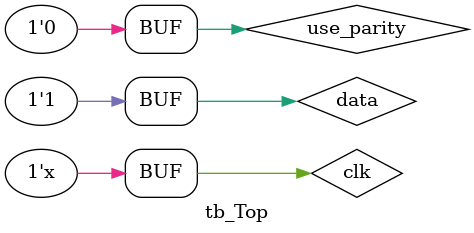
<source format=v>
`timescale 10ns / 1ps


module tb_Top
#(
    parameter periodo = 20,
    parameter tick_time = 163,
    parameter ticks = 16,
    parameter test_time = periodo * tick_time * ticks,
    parameter bits = 10,
    parameter N_DATA = 8
)
();

    wire solution;
    reg clk;
    reg data;
    reg use_parity;

    initial begin
        clk = 0;
        data = 1;
        use_parity = 0;
        //Vamos a sumar 15 y 20   
        //Paso un 15: 1111
        #(test_time/bits)
            data = 0;  //bit de start
        #(test_time/bits)
            data = 1;  //primer bit
        #(test_time/bits)
            data = 1;  //segundo bit
        #(test_time/bits)
            data = 1;  //tercer bit
        #(test_time/bits)
            data = 1;  //cuarto bit
        #(test_time/bits)
            data = 0;  //quinto bit
        #(test_time/bits)
            data = 0;  //sexto bit
        #(test_time/bits)
            data = 0;  //septimo bit
        #(test_time/bits)
            data = 0;  //octavo bit
        #(test_time/(bits+bits)) 
            data = 1;  //bit de stop
 
        #test_time
       //Paso un 20: 1 0100
        #(test_time/bits)
            data = 0;  //bit de start
        #(test_time/bits)
            data = 0;  //primer bit
        #(test_time/bits)
            data = 0;  //segundo bit
        #(test_time/bits)
            data = 1;  //tercer bit
        #(test_time/bits)
            data = 0;  //cuarto bit
        #(test_time/bits)
            data = 1;  //quinto bit
        #(test_time/bits)
            data = 0;  //sexto bit
        #(test_time/bits)
            data = 0;  //septimo bit
        #(test_time/bits)
            data = 0;  //octavo bit
        #(test_time/(bits+bits))
            data = 1;  //bit de stop
       
       #test_time
       //Paso operation suma: 100000 -- 35d = 10 0011b
        #(test_time/bits)
            data = 0;  //bit de start
        #(test_time/bits)
            data = 0;  //primer bit
        #(test_time/bits)
            data = 0;  //segundo bit
        #(test_time/bits)
            data = 0;  //tercer bit
        #(test_time/bits)
            data = 0;  //cuarto bit
        #(test_time/bits)
            data = 0;  //quinto bit
        #(test_time/bits)
            data = 1;  //sexto bit
        #(test_time/bits)
            data = 0;  //septimo bit
        #(test_time/bits)
            data = 0;  //octavo bit
        #(test_time/(bits+bits))
            data = 1;  //bit de stop
            
    end
    
    
  always #1 clk = ~clk;
    
  Top_UART instance_Top(
        .solution(solution), 
        .clk(clk), 
        .data(data), 
        .use_parity(use_parity)
  );
endmodule

</source>
